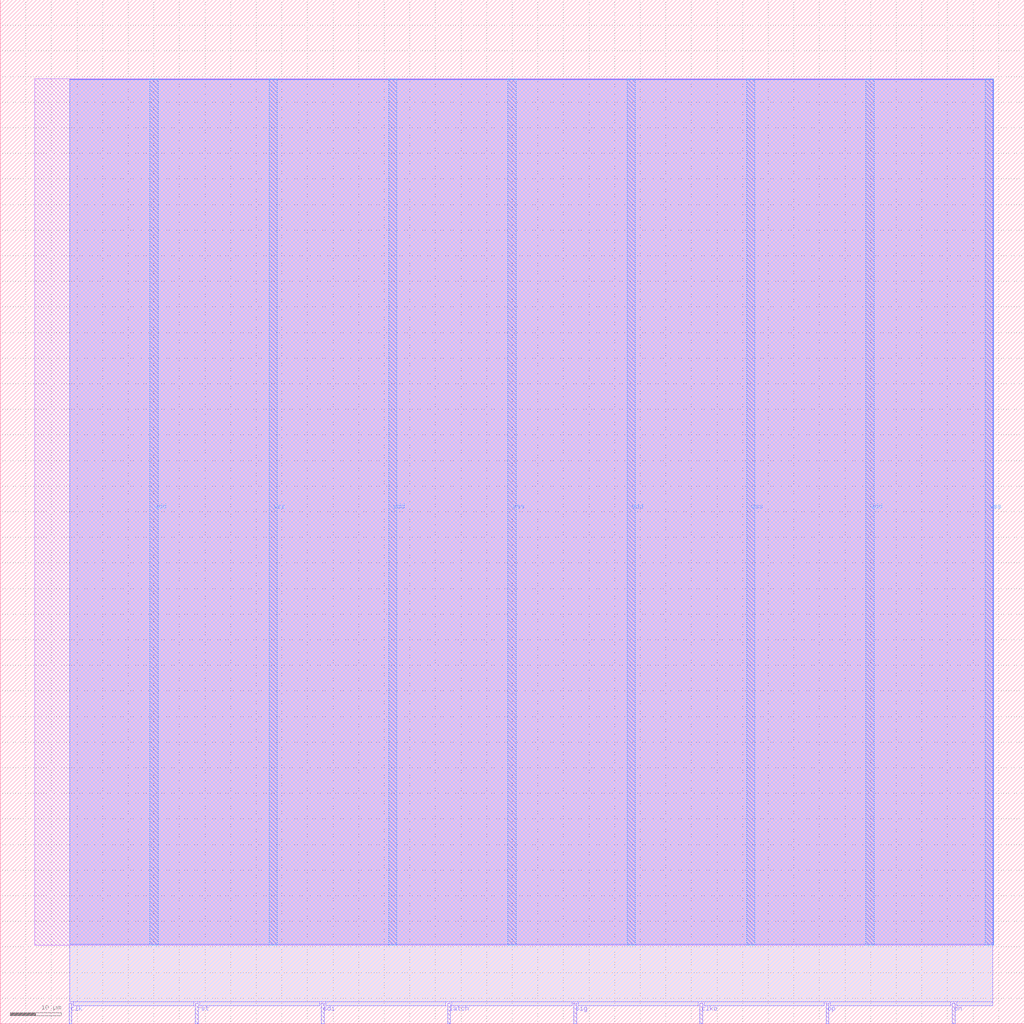
<source format=lef>
VERSION 5.7 ;
  NOWIREEXTENSIONATPIN ON ;
  DIVIDERCHAR "/" ;
  BUSBITCHARS "[]" ;
MACRO dlc
  CLASS BLOCK ;
  FOREIGN dlc ;
  ORIGIN 0.000 0.000 ;
  SIZE 200.000 BY 200.000 ;
  PIN clk
    DIRECTION INPUT ;
    USE SIGNAL ;
    PORT
      LAYER Metal2 ;
        RECT 13.440 0.000 14.000 4.000 ;
    END
  END clk
  PIN clko
    DIRECTION OUTPUT TRISTATE ;
    USE SIGNAL ;
    PORT
      LAYER Metal2 ;
        RECT 136.640 0.000 137.200 4.000 ;
    END
  END clko
  PIN latch
    DIRECTION INPUT ;
    USE SIGNAL ;
    PORT
      LAYER Metal2 ;
        RECT 87.360 0.000 87.920 4.000 ;
    END
  END latch
  PIN on
    DIRECTION OUTPUT TRISTATE ;
    USE SIGNAL ;
    PORT
      LAYER Metal2 ;
        RECT 185.920 0.000 186.480 4.000 ;
    END
  END on
  PIN op
    DIRECTION OUTPUT TRISTATE ;
    USE SIGNAL ;
    PORT
      LAYER Metal2 ;
        RECT 161.280 0.000 161.840 4.000 ;
    END
  END op
  PIN rst
    DIRECTION INPUT ;
    USE SIGNAL ;
    PORT
      LAYER Metal2 ;
        RECT 38.080 0.000 38.640 4.000 ;
    END
  END rst
  PIN sdi
    DIRECTION INPUT ;
    USE SIGNAL ;
    PORT
      LAYER Metal2 ;
        RECT 62.720 0.000 63.280 4.000 ;
    END
  END sdi
  PIN sig
    DIRECTION INPUT ;
    USE SIGNAL ;
    PORT
      LAYER Metal2 ;
        RECT 112.000 0.000 112.560 4.000 ;
    END
  END sig
  PIN vdd
    DIRECTION INOUT ;
    USE POWER ;
    PORT
      LAYER Metal4 ;
        RECT 29.230 15.380 30.830 184.540 ;
    END
    PORT
      LAYER Metal4 ;
        RECT 75.850 15.380 77.450 184.540 ;
    END
    PORT
      LAYER Metal4 ;
        RECT 122.470 15.380 124.070 184.540 ;
    END
    PORT
      LAYER Metal4 ;
        RECT 169.090 15.380 170.690 184.540 ;
    END
  END vdd
  PIN vss
    DIRECTION INOUT ;
    USE GROUND ;
    PORT
      LAYER Metal4 ;
        RECT 52.540 15.380 54.140 184.540 ;
    END
    PORT
      LAYER Metal4 ;
        RECT 99.160 15.380 100.760 184.540 ;
    END
    PORT
      LAYER Metal4 ;
        RECT 145.780 15.380 147.380 184.540 ;
    END
    PORT
      LAYER Metal4 ;
        RECT 192.400 15.380 194.000 184.540 ;
    END
  END vss
  OBS
      LAYER Metal1 ;
        RECT 6.720 15.380 194.000 184.540 ;
      LAYER Metal2 ;
        RECT 13.580 4.300 193.860 184.430 ;
        RECT 14.300 3.500 37.780 4.300 ;
        RECT 38.940 3.500 62.420 4.300 ;
        RECT 63.580 3.500 87.060 4.300 ;
        RECT 88.220 3.500 111.700 4.300 ;
        RECT 112.860 3.500 136.340 4.300 ;
        RECT 137.500 3.500 160.980 4.300 ;
        RECT 162.140 3.500 185.620 4.300 ;
        RECT 186.780 3.500 193.860 4.300 ;
      LAYER Metal3 ;
        RECT 13.530 15.540 193.910 184.380 ;
  END
END dlc
END LIBRARY


</source>
